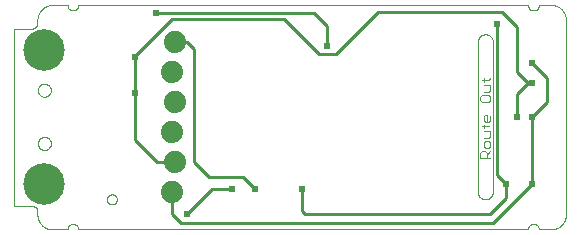
<source format=gbl>
G75*
%MOIN*%
%OFA0B0*%
%FSLAX25Y25*%
%IPPOS*%
%LPD*%
%AMOC8*
5,1,8,0,0,1.08239X$1,22.5*
%
%ADD10C,0.00000*%
%ADD11C,0.00200*%
%ADD12C,0.13843*%
%ADD13C,0.07400*%
%ADD14C,0.01000*%
%ADD15C,0.02400*%
D10*
X0059959Y0009119D02*
X0059959Y0068175D01*
X0065864Y0068175D01*
X0065864Y0068174D02*
X0065950Y0068176D01*
X0066036Y0068181D01*
X0066121Y0068191D01*
X0066206Y0068204D01*
X0066290Y0068221D01*
X0066374Y0068241D01*
X0066456Y0068265D01*
X0066537Y0068293D01*
X0066618Y0068324D01*
X0066696Y0068358D01*
X0066773Y0068396D01*
X0066849Y0068438D01*
X0066922Y0068482D01*
X0066993Y0068530D01*
X0067063Y0068581D01*
X0067130Y0068635D01*
X0067194Y0068691D01*
X0067256Y0068751D01*
X0067316Y0068813D01*
X0067372Y0068877D01*
X0067426Y0068944D01*
X0067477Y0069014D01*
X0067525Y0069085D01*
X0067569Y0069159D01*
X0067611Y0069234D01*
X0067649Y0069311D01*
X0067683Y0069389D01*
X0067714Y0069470D01*
X0067742Y0069551D01*
X0067766Y0069633D01*
X0067786Y0069717D01*
X0067803Y0069801D01*
X0067816Y0069886D01*
X0067826Y0069971D01*
X0067831Y0070057D01*
X0067833Y0070143D01*
X0067833Y0071049D01*
X0067835Y0071189D01*
X0067841Y0071329D01*
X0067851Y0071469D01*
X0067864Y0071609D01*
X0067882Y0071748D01*
X0067904Y0071887D01*
X0067929Y0072024D01*
X0067958Y0072162D01*
X0067991Y0072298D01*
X0068028Y0072433D01*
X0068069Y0072567D01*
X0068114Y0072700D01*
X0068162Y0072832D01*
X0068214Y0072962D01*
X0068269Y0073091D01*
X0068328Y0073218D01*
X0068391Y0073344D01*
X0068457Y0073468D01*
X0068526Y0073589D01*
X0068599Y0073709D01*
X0068676Y0073827D01*
X0068755Y0073942D01*
X0068838Y0074056D01*
X0068924Y0074166D01*
X0069013Y0074275D01*
X0069105Y0074381D01*
X0069200Y0074484D01*
X0069297Y0074585D01*
X0069398Y0074682D01*
X0069501Y0074777D01*
X0069607Y0074869D01*
X0069716Y0074958D01*
X0069826Y0075044D01*
X0069940Y0075127D01*
X0070055Y0075206D01*
X0070173Y0075283D01*
X0070293Y0075356D01*
X0070414Y0075425D01*
X0070538Y0075491D01*
X0070664Y0075554D01*
X0070791Y0075613D01*
X0070920Y0075668D01*
X0071050Y0075720D01*
X0071182Y0075768D01*
X0071315Y0075813D01*
X0071449Y0075854D01*
X0071584Y0075891D01*
X0071720Y0075924D01*
X0071858Y0075953D01*
X0071995Y0075978D01*
X0072134Y0076000D01*
X0072273Y0076018D01*
X0072413Y0076031D01*
X0072553Y0076041D01*
X0072693Y0076047D01*
X0072833Y0076049D01*
X0077963Y0076049D01*
X0077963Y0075617D01*
X0077965Y0075549D01*
X0077970Y0075482D01*
X0077979Y0075415D01*
X0077992Y0075348D01*
X0078009Y0075283D01*
X0078028Y0075218D01*
X0078052Y0075154D01*
X0078079Y0075092D01*
X0078109Y0075031D01*
X0078142Y0074973D01*
X0078178Y0074916D01*
X0078218Y0074861D01*
X0078260Y0074808D01*
X0078306Y0074757D01*
X0078353Y0074710D01*
X0078404Y0074664D01*
X0078457Y0074622D01*
X0078512Y0074582D01*
X0078569Y0074546D01*
X0078627Y0074513D01*
X0078688Y0074483D01*
X0078750Y0074456D01*
X0078814Y0074432D01*
X0078879Y0074413D01*
X0078944Y0074396D01*
X0079011Y0074383D01*
X0079078Y0074374D01*
X0079145Y0074369D01*
X0079213Y0074367D01*
X0080075Y0074367D01*
X0080143Y0074369D01*
X0080210Y0074374D01*
X0080277Y0074383D01*
X0080344Y0074396D01*
X0080409Y0074413D01*
X0080474Y0074432D01*
X0080538Y0074456D01*
X0080600Y0074483D01*
X0080661Y0074513D01*
X0080719Y0074546D01*
X0080776Y0074582D01*
X0080831Y0074622D01*
X0080884Y0074664D01*
X0080935Y0074710D01*
X0080982Y0074757D01*
X0081028Y0074808D01*
X0081070Y0074861D01*
X0081110Y0074916D01*
X0081146Y0074973D01*
X0081179Y0075031D01*
X0081209Y0075092D01*
X0081236Y0075154D01*
X0081260Y0075218D01*
X0081279Y0075283D01*
X0081296Y0075348D01*
X0081309Y0075415D01*
X0081318Y0075482D01*
X0081323Y0075549D01*
X0081325Y0075617D01*
X0081325Y0076049D01*
X0231506Y0076049D01*
X0231506Y0075617D01*
X0231508Y0075549D01*
X0231513Y0075482D01*
X0231522Y0075415D01*
X0231535Y0075348D01*
X0231552Y0075283D01*
X0231571Y0075218D01*
X0231595Y0075154D01*
X0231622Y0075092D01*
X0231652Y0075031D01*
X0231685Y0074973D01*
X0231721Y0074916D01*
X0231761Y0074861D01*
X0231803Y0074808D01*
X0231849Y0074757D01*
X0231896Y0074710D01*
X0231947Y0074664D01*
X0232000Y0074622D01*
X0232055Y0074582D01*
X0232112Y0074546D01*
X0232170Y0074513D01*
X0232231Y0074483D01*
X0232293Y0074456D01*
X0232357Y0074432D01*
X0232422Y0074413D01*
X0232487Y0074396D01*
X0232554Y0074383D01*
X0232621Y0074374D01*
X0232688Y0074369D01*
X0232756Y0074367D01*
X0233618Y0074367D01*
X0233686Y0074369D01*
X0233753Y0074374D01*
X0233820Y0074383D01*
X0233887Y0074396D01*
X0233952Y0074413D01*
X0234017Y0074432D01*
X0234081Y0074456D01*
X0234143Y0074483D01*
X0234204Y0074513D01*
X0234262Y0074546D01*
X0234319Y0074582D01*
X0234374Y0074622D01*
X0234427Y0074664D01*
X0234478Y0074710D01*
X0234525Y0074757D01*
X0234571Y0074808D01*
X0234613Y0074861D01*
X0234653Y0074916D01*
X0234689Y0074973D01*
X0234722Y0075031D01*
X0234752Y0075092D01*
X0234779Y0075154D01*
X0234803Y0075218D01*
X0234822Y0075283D01*
X0234839Y0075348D01*
X0234852Y0075415D01*
X0234861Y0075482D01*
X0234866Y0075549D01*
X0234868Y0075617D01*
X0234868Y0076049D01*
X0238998Y0076049D01*
X0239138Y0076047D01*
X0239278Y0076041D01*
X0239418Y0076031D01*
X0239558Y0076018D01*
X0239697Y0076000D01*
X0239836Y0075978D01*
X0239973Y0075953D01*
X0240111Y0075924D01*
X0240247Y0075891D01*
X0240382Y0075854D01*
X0240516Y0075813D01*
X0240649Y0075768D01*
X0240781Y0075720D01*
X0240911Y0075668D01*
X0241040Y0075613D01*
X0241167Y0075554D01*
X0241293Y0075491D01*
X0241417Y0075425D01*
X0241538Y0075356D01*
X0241658Y0075283D01*
X0241776Y0075206D01*
X0241891Y0075127D01*
X0242005Y0075044D01*
X0242115Y0074958D01*
X0242224Y0074869D01*
X0242330Y0074777D01*
X0242433Y0074682D01*
X0242534Y0074585D01*
X0242631Y0074484D01*
X0242726Y0074381D01*
X0242818Y0074275D01*
X0242907Y0074166D01*
X0242993Y0074056D01*
X0243076Y0073942D01*
X0243155Y0073827D01*
X0243232Y0073709D01*
X0243305Y0073589D01*
X0243374Y0073468D01*
X0243440Y0073344D01*
X0243503Y0073218D01*
X0243562Y0073091D01*
X0243617Y0072962D01*
X0243669Y0072832D01*
X0243717Y0072700D01*
X0243762Y0072567D01*
X0243803Y0072433D01*
X0243840Y0072298D01*
X0243873Y0072162D01*
X0243902Y0072024D01*
X0243927Y0071887D01*
X0243949Y0071748D01*
X0243967Y0071609D01*
X0243980Y0071469D01*
X0243990Y0071329D01*
X0243996Y0071189D01*
X0243998Y0071049D01*
X0243998Y0006245D01*
X0243996Y0006105D01*
X0243990Y0005965D01*
X0243980Y0005825D01*
X0243967Y0005685D01*
X0243949Y0005546D01*
X0243927Y0005407D01*
X0243902Y0005270D01*
X0243873Y0005132D01*
X0243840Y0004996D01*
X0243803Y0004861D01*
X0243762Y0004727D01*
X0243717Y0004594D01*
X0243669Y0004462D01*
X0243617Y0004332D01*
X0243562Y0004203D01*
X0243503Y0004076D01*
X0243440Y0003950D01*
X0243374Y0003826D01*
X0243305Y0003705D01*
X0243232Y0003585D01*
X0243155Y0003467D01*
X0243076Y0003352D01*
X0242993Y0003238D01*
X0242907Y0003128D01*
X0242818Y0003019D01*
X0242726Y0002913D01*
X0242631Y0002810D01*
X0242534Y0002709D01*
X0242433Y0002612D01*
X0242330Y0002517D01*
X0242224Y0002425D01*
X0242115Y0002336D01*
X0242005Y0002250D01*
X0241891Y0002167D01*
X0241776Y0002088D01*
X0241658Y0002011D01*
X0241538Y0001938D01*
X0241417Y0001869D01*
X0241293Y0001803D01*
X0241167Y0001740D01*
X0241040Y0001681D01*
X0240911Y0001626D01*
X0240781Y0001574D01*
X0240649Y0001526D01*
X0240516Y0001481D01*
X0240382Y0001440D01*
X0240247Y0001403D01*
X0240111Y0001370D01*
X0239973Y0001341D01*
X0239836Y0001316D01*
X0239697Y0001294D01*
X0239558Y0001276D01*
X0239418Y0001263D01*
X0239278Y0001253D01*
X0239138Y0001247D01*
X0238998Y0001245D01*
X0234868Y0001245D01*
X0234868Y0001677D01*
X0234866Y0001745D01*
X0234861Y0001812D01*
X0234852Y0001879D01*
X0234839Y0001946D01*
X0234822Y0002011D01*
X0234803Y0002076D01*
X0234779Y0002140D01*
X0234752Y0002202D01*
X0234722Y0002263D01*
X0234689Y0002321D01*
X0234653Y0002378D01*
X0234613Y0002433D01*
X0234571Y0002486D01*
X0234525Y0002537D01*
X0234478Y0002584D01*
X0234427Y0002630D01*
X0234374Y0002672D01*
X0234319Y0002712D01*
X0234262Y0002748D01*
X0234204Y0002781D01*
X0234143Y0002811D01*
X0234081Y0002838D01*
X0234017Y0002862D01*
X0233952Y0002881D01*
X0233887Y0002898D01*
X0233820Y0002911D01*
X0233753Y0002920D01*
X0233686Y0002925D01*
X0233618Y0002927D01*
X0232756Y0002927D01*
X0232688Y0002925D01*
X0232621Y0002920D01*
X0232554Y0002911D01*
X0232487Y0002898D01*
X0232422Y0002881D01*
X0232357Y0002862D01*
X0232293Y0002838D01*
X0232231Y0002811D01*
X0232170Y0002781D01*
X0232112Y0002748D01*
X0232055Y0002712D01*
X0232000Y0002672D01*
X0231947Y0002630D01*
X0231896Y0002584D01*
X0231849Y0002537D01*
X0231803Y0002486D01*
X0231761Y0002433D01*
X0231721Y0002378D01*
X0231685Y0002321D01*
X0231652Y0002263D01*
X0231622Y0002202D01*
X0231595Y0002140D01*
X0231571Y0002076D01*
X0231552Y0002011D01*
X0231535Y0001946D01*
X0231522Y0001879D01*
X0231513Y0001812D01*
X0231508Y0001745D01*
X0231506Y0001677D01*
X0231506Y0001245D01*
X0081325Y0001245D01*
X0081325Y0001677D01*
X0081323Y0001745D01*
X0081318Y0001812D01*
X0081309Y0001879D01*
X0081296Y0001946D01*
X0081279Y0002011D01*
X0081260Y0002076D01*
X0081236Y0002140D01*
X0081209Y0002202D01*
X0081179Y0002263D01*
X0081146Y0002321D01*
X0081110Y0002378D01*
X0081070Y0002433D01*
X0081028Y0002486D01*
X0080982Y0002537D01*
X0080935Y0002584D01*
X0080884Y0002630D01*
X0080831Y0002672D01*
X0080776Y0002712D01*
X0080719Y0002748D01*
X0080661Y0002781D01*
X0080600Y0002811D01*
X0080538Y0002838D01*
X0080474Y0002862D01*
X0080409Y0002881D01*
X0080344Y0002898D01*
X0080277Y0002911D01*
X0080210Y0002920D01*
X0080143Y0002925D01*
X0080075Y0002927D01*
X0079213Y0002927D01*
X0079145Y0002925D01*
X0079078Y0002920D01*
X0079011Y0002911D01*
X0078944Y0002898D01*
X0078879Y0002881D01*
X0078814Y0002862D01*
X0078750Y0002838D01*
X0078688Y0002811D01*
X0078627Y0002781D01*
X0078569Y0002748D01*
X0078512Y0002712D01*
X0078457Y0002672D01*
X0078404Y0002630D01*
X0078353Y0002584D01*
X0078306Y0002537D01*
X0078260Y0002486D01*
X0078218Y0002433D01*
X0078178Y0002378D01*
X0078142Y0002321D01*
X0078109Y0002263D01*
X0078079Y0002202D01*
X0078052Y0002140D01*
X0078028Y0002076D01*
X0078009Y0002011D01*
X0077992Y0001946D01*
X0077979Y0001879D01*
X0077970Y0001812D01*
X0077965Y0001745D01*
X0077963Y0001677D01*
X0077963Y0001245D01*
X0072833Y0001245D01*
X0072693Y0001247D01*
X0072553Y0001253D01*
X0072413Y0001263D01*
X0072273Y0001276D01*
X0072134Y0001294D01*
X0071995Y0001316D01*
X0071858Y0001341D01*
X0071720Y0001370D01*
X0071584Y0001403D01*
X0071449Y0001440D01*
X0071315Y0001481D01*
X0071182Y0001526D01*
X0071050Y0001574D01*
X0070920Y0001626D01*
X0070791Y0001681D01*
X0070664Y0001740D01*
X0070538Y0001803D01*
X0070414Y0001869D01*
X0070293Y0001938D01*
X0070173Y0002011D01*
X0070055Y0002088D01*
X0069940Y0002167D01*
X0069826Y0002250D01*
X0069716Y0002336D01*
X0069607Y0002425D01*
X0069501Y0002517D01*
X0069398Y0002612D01*
X0069297Y0002709D01*
X0069200Y0002810D01*
X0069105Y0002913D01*
X0069013Y0003019D01*
X0068924Y0003128D01*
X0068838Y0003238D01*
X0068755Y0003352D01*
X0068676Y0003467D01*
X0068599Y0003585D01*
X0068526Y0003705D01*
X0068457Y0003826D01*
X0068391Y0003950D01*
X0068328Y0004076D01*
X0068269Y0004203D01*
X0068214Y0004332D01*
X0068162Y0004462D01*
X0068114Y0004594D01*
X0068069Y0004727D01*
X0068028Y0004861D01*
X0067991Y0004996D01*
X0067958Y0005132D01*
X0067929Y0005270D01*
X0067904Y0005407D01*
X0067882Y0005546D01*
X0067864Y0005685D01*
X0067851Y0005825D01*
X0067841Y0005965D01*
X0067835Y0006105D01*
X0067833Y0006245D01*
X0067833Y0007151D01*
X0067831Y0007237D01*
X0067826Y0007323D01*
X0067816Y0007408D01*
X0067803Y0007493D01*
X0067786Y0007577D01*
X0067766Y0007661D01*
X0067742Y0007743D01*
X0067714Y0007824D01*
X0067683Y0007905D01*
X0067649Y0007983D01*
X0067611Y0008060D01*
X0067569Y0008136D01*
X0067525Y0008209D01*
X0067477Y0008280D01*
X0067426Y0008350D01*
X0067372Y0008417D01*
X0067316Y0008481D01*
X0067256Y0008543D01*
X0067194Y0008603D01*
X0067130Y0008659D01*
X0067063Y0008713D01*
X0066993Y0008764D01*
X0066922Y0008812D01*
X0066849Y0008856D01*
X0066773Y0008898D01*
X0066696Y0008936D01*
X0066618Y0008970D01*
X0066537Y0009001D01*
X0066456Y0009029D01*
X0066374Y0009053D01*
X0066290Y0009073D01*
X0066206Y0009090D01*
X0066121Y0009103D01*
X0066036Y0009113D01*
X0065950Y0009118D01*
X0065864Y0009120D01*
X0065864Y0009119D02*
X0059959Y0009119D01*
X0090975Y0011245D02*
X0090977Y0011326D01*
X0090983Y0011408D01*
X0090993Y0011489D01*
X0091007Y0011569D01*
X0091024Y0011648D01*
X0091046Y0011727D01*
X0091071Y0011804D01*
X0091100Y0011881D01*
X0091133Y0011955D01*
X0091170Y0012028D01*
X0091209Y0012099D01*
X0091253Y0012168D01*
X0091299Y0012235D01*
X0091349Y0012299D01*
X0091402Y0012361D01*
X0091458Y0012421D01*
X0091516Y0012477D01*
X0091578Y0012531D01*
X0091642Y0012582D01*
X0091708Y0012629D01*
X0091776Y0012673D01*
X0091847Y0012714D01*
X0091919Y0012751D01*
X0091994Y0012785D01*
X0092069Y0012815D01*
X0092147Y0012841D01*
X0092225Y0012864D01*
X0092304Y0012882D01*
X0092384Y0012897D01*
X0092465Y0012908D01*
X0092546Y0012915D01*
X0092628Y0012918D01*
X0092709Y0012917D01*
X0092790Y0012912D01*
X0092871Y0012903D01*
X0092952Y0012890D01*
X0093032Y0012873D01*
X0093110Y0012853D01*
X0093188Y0012828D01*
X0093265Y0012800D01*
X0093340Y0012768D01*
X0093413Y0012733D01*
X0093484Y0012694D01*
X0093554Y0012651D01*
X0093621Y0012606D01*
X0093687Y0012557D01*
X0093749Y0012505D01*
X0093809Y0012449D01*
X0093866Y0012391D01*
X0093921Y0012331D01*
X0093972Y0012267D01*
X0094020Y0012202D01*
X0094065Y0012134D01*
X0094107Y0012064D01*
X0094145Y0011992D01*
X0094180Y0011918D01*
X0094211Y0011843D01*
X0094238Y0011766D01*
X0094261Y0011688D01*
X0094281Y0011609D01*
X0094297Y0011529D01*
X0094309Y0011448D01*
X0094317Y0011367D01*
X0094321Y0011286D01*
X0094321Y0011204D01*
X0094317Y0011123D01*
X0094309Y0011042D01*
X0094297Y0010961D01*
X0094281Y0010881D01*
X0094261Y0010802D01*
X0094238Y0010724D01*
X0094211Y0010647D01*
X0094180Y0010572D01*
X0094145Y0010498D01*
X0094107Y0010426D01*
X0094065Y0010356D01*
X0094020Y0010288D01*
X0093972Y0010223D01*
X0093921Y0010159D01*
X0093866Y0010099D01*
X0093809Y0010041D01*
X0093749Y0009985D01*
X0093687Y0009933D01*
X0093621Y0009884D01*
X0093554Y0009839D01*
X0093485Y0009796D01*
X0093413Y0009757D01*
X0093340Y0009722D01*
X0093265Y0009690D01*
X0093188Y0009662D01*
X0093110Y0009637D01*
X0093032Y0009617D01*
X0092952Y0009600D01*
X0092871Y0009587D01*
X0092790Y0009578D01*
X0092709Y0009573D01*
X0092628Y0009572D01*
X0092546Y0009575D01*
X0092465Y0009582D01*
X0092384Y0009593D01*
X0092304Y0009608D01*
X0092225Y0009626D01*
X0092147Y0009649D01*
X0092069Y0009675D01*
X0091994Y0009705D01*
X0091919Y0009739D01*
X0091847Y0009776D01*
X0091776Y0009817D01*
X0091708Y0009861D01*
X0091642Y0009908D01*
X0091578Y0009959D01*
X0091516Y0010013D01*
X0091458Y0010069D01*
X0091402Y0010129D01*
X0091349Y0010191D01*
X0091299Y0010255D01*
X0091253Y0010322D01*
X0091209Y0010391D01*
X0091170Y0010462D01*
X0091133Y0010535D01*
X0091100Y0010609D01*
X0091071Y0010686D01*
X0091046Y0010763D01*
X0091024Y0010842D01*
X0091007Y0010921D01*
X0090993Y0011001D01*
X0090983Y0011082D01*
X0090977Y0011164D01*
X0090975Y0011245D01*
X0067983Y0029887D02*
X0067985Y0029980D01*
X0067991Y0030072D01*
X0068001Y0030164D01*
X0068015Y0030255D01*
X0068032Y0030346D01*
X0068054Y0030436D01*
X0068079Y0030525D01*
X0068108Y0030613D01*
X0068141Y0030699D01*
X0068178Y0030784D01*
X0068218Y0030868D01*
X0068262Y0030949D01*
X0068309Y0031029D01*
X0068359Y0031107D01*
X0068413Y0031182D01*
X0068470Y0031255D01*
X0068530Y0031325D01*
X0068593Y0031393D01*
X0068659Y0031458D01*
X0068727Y0031520D01*
X0068798Y0031580D01*
X0068872Y0031636D01*
X0068948Y0031689D01*
X0069026Y0031738D01*
X0069106Y0031785D01*
X0069188Y0031827D01*
X0069272Y0031867D01*
X0069357Y0031902D01*
X0069444Y0031934D01*
X0069532Y0031963D01*
X0069621Y0031987D01*
X0069711Y0032008D01*
X0069802Y0032024D01*
X0069894Y0032037D01*
X0069986Y0032046D01*
X0070079Y0032051D01*
X0070171Y0032052D01*
X0070264Y0032049D01*
X0070356Y0032042D01*
X0070448Y0032031D01*
X0070539Y0032016D01*
X0070630Y0031998D01*
X0070720Y0031975D01*
X0070808Y0031949D01*
X0070896Y0031919D01*
X0070982Y0031885D01*
X0071066Y0031848D01*
X0071149Y0031806D01*
X0071230Y0031762D01*
X0071310Y0031714D01*
X0071387Y0031663D01*
X0071461Y0031608D01*
X0071534Y0031550D01*
X0071604Y0031490D01*
X0071671Y0031426D01*
X0071735Y0031360D01*
X0071797Y0031290D01*
X0071855Y0031219D01*
X0071910Y0031145D01*
X0071962Y0031068D01*
X0072011Y0030989D01*
X0072057Y0030909D01*
X0072099Y0030826D01*
X0072137Y0030742D01*
X0072172Y0030656D01*
X0072203Y0030569D01*
X0072230Y0030481D01*
X0072253Y0030391D01*
X0072273Y0030301D01*
X0072289Y0030210D01*
X0072301Y0030118D01*
X0072309Y0030026D01*
X0072313Y0029933D01*
X0072313Y0029841D01*
X0072309Y0029748D01*
X0072301Y0029656D01*
X0072289Y0029564D01*
X0072273Y0029473D01*
X0072253Y0029383D01*
X0072230Y0029293D01*
X0072203Y0029205D01*
X0072172Y0029118D01*
X0072137Y0029032D01*
X0072099Y0028948D01*
X0072057Y0028865D01*
X0072011Y0028785D01*
X0071962Y0028706D01*
X0071910Y0028629D01*
X0071855Y0028555D01*
X0071797Y0028484D01*
X0071735Y0028414D01*
X0071671Y0028348D01*
X0071604Y0028284D01*
X0071534Y0028224D01*
X0071461Y0028166D01*
X0071387Y0028111D01*
X0071310Y0028060D01*
X0071231Y0028012D01*
X0071149Y0027968D01*
X0071066Y0027926D01*
X0070982Y0027889D01*
X0070896Y0027855D01*
X0070808Y0027825D01*
X0070720Y0027799D01*
X0070630Y0027776D01*
X0070539Y0027758D01*
X0070448Y0027743D01*
X0070356Y0027732D01*
X0070264Y0027725D01*
X0070171Y0027722D01*
X0070079Y0027723D01*
X0069986Y0027728D01*
X0069894Y0027737D01*
X0069802Y0027750D01*
X0069711Y0027766D01*
X0069621Y0027787D01*
X0069532Y0027811D01*
X0069444Y0027840D01*
X0069357Y0027872D01*
X0069272Y0027907D01*
X0069188Y0027947D01*
X0069106Y0027989D01*
X0069026Y0028036D01*
X0068948Y0028085D01*
X0068872Y0028138D01*
X0068798Y0028194D01*
X0068727Y0028254D01*
X0068659Y0028316D01*
X0068593Y0028381D01*
X0068530Y0028449D01*
X0068470Y0028519D01*
X0068413Y0028592D01*
X0068359Y0028667D01*
X0068309Y0028745D01*
X0068262Y0028825D01*
X0068218Y0028906D01*
X0068178Y0028990D01*
X0068141Y0029075D01*
X0068108Y0029161D01*
X0068079Y0029249D01*
X0068054Y0029338D01*
X0068032Y0029428D01*
X0068015Y0029519D01*
X0068001Y0029610D01*
X0067991Y0029702D01*
X0067985Y0029794D01*
X0067983Y0029887D01*
X0067983Y0047604D02*
X0067985Y0047697D01*
X0067991Y0047789D01*
X0068001Y0047881D01*
X0068015Y0047972D01*
X0068032Y0048063D01*
X0068054Y0048153D01*
X0068079Y0048242D01*
X0068108Y0048330D01*
X0068141Y0048416D01*
X0068178Y0048501D01*
X0068218Y0048585D01*
X0068262Y0048666D01*
X0068309Y0048746D01*
X0068359Y0048824D01*
X0068413Y0048899D01*
X0068470Y0048972D01*
X0068530Y0049042D01*
X0068593Y0049110D01*
X0068659Y0049175D01*
X0068727Y0049237D01*
X0068798Y0049297D01*
X0068872Y0049353D01*
X0068948Y0049406D01*
X0069026Y0049455D01*
X0069106Y0049502D01*
X0069188Y0049544D01*
X0069272Y0049584D01*
X0069357Y0049619D01*
X0069444Y0049651D01*
X0069532Y0049680D01*
X0069621Y0049704D01*
X0069711Y0049725D01*
X0069802Y0049741D01*
X0069894Y0049754D01*
X0069986Y0049763D01*
X0070079Y0049768D01*
X0070171Y0049769D01*
X0070264Y0049766D01*
X0070356Y0049759D01*
X0070448Y0049748D01*
X0070539Y0049733D01*
X0070630Y0049715D01*
X0070720Y0049692D01*
X0070808Y0049666D01*
X0070896Y0049636D01*
X0070982Y0049602D01*
X0071066Y0049565D01*
X0071149Y0049523D01*
X0071230Y0049479D01*
X0071310Y0049431D01*
X0071387Y0049380D01*
X0071461Y0049325D01*
X0071534Y0049267D01*
X0071604Y0049207D01*
X0071671Y0049143D01*
X0071735Y0049077D01*
X0071797Y0049007D01*
X0071855Y0048936D01*
X0071910Y0048862D01*
X0071962Y0048785D01*
X0072011Y0048706D01*
X0072057Y0048626D01*
X0072099Y0048543D01*
X0072137Y0048459D01*
X0072172Y0048373D01*
X0072203Y0048286D01*
X0072230Y0048198D01*
X0072253Y0048108D01*
X0072273Y0048018D01*
X0072289Y0047927D01*
X0072301Y0047835D01*
X0072309Y0047743D01*
X0072313Y0047650D01*
X0072313Y0047558D01*
X0072309Y0047465D01*
X0072301Y0047373D01*
X0072289Y0047281D01*
X0072273Y0047190D01*
X0072253Y0047100D01*
X0072230Y0047010D01*
X0072203Y0046922D01*
X0072172Y0046835D01*
X0072137Y0046749D01*
X0072099Y0046665D01*
X0072057Y0046582D01*
X0072011Y0046502D01*
X0071962Y0046423D01*
X0071910Y0046346D01*
X0071855Y0046272D01*
X0071797Y0046201D01*
X0071735Y0046131D01*
X0071671Y0046065D01*
X0071604Y0046001D01*
X0071534Y0045941D01*
X0071461Y0045883D01*
X0071387Y0045828D01*
X0071310Y0045777D01*
X0071231Y0045729D01*
X0071149Y0045685D01*
X0071066Y0045643D01*
X0070982Y0045606D01*
X0070896Y0045572D01*
X0070808Y0045542D01*
X0070720Y0045516D01*
X0070630Y0045493D01*
X0070539Y0045475D01*
X0070448Y0045460D01*
X0070356Y0045449D01*
X0070264Y0045442D01*
X0070171Y0045439D01*
X0070079Y0045440D01*
X0069986Y0045445D01*
X0069894Y0045454D01*
X0069802Y0045467D01*
X0069711Y0045483D01*
X0069621Y0045504D01*
X0069532Y0045528D01*
X0069444Y0045557D01*
X0069357Y0045589D01*
X0069272Y0045624D01*
X0069188Y0045664D01*
X0069106Y0045706D01*
X0069026Y0045753D01*
X0068948Y0045802D01*
X0068872Y0045855D01*
X0068798Y0045911D01*
X0068727Y0045971D01*
X0068659Y0046033D01*
X0068593Y0046098D01*
X0068530Y0046166D01*
X0068470Y0046236D01*
X0068413Y0046309D01*
X0068359Y0046384D01*
X0068309Y0046462D01*
X0068262Y0046542D01*
X0068218Y0046623D01*
X0068178Y0046707D01*
X0068141Y0046792D01*
X0068108Y0046878D01*
X0068079Y0046966D01*
X0068054Y0047055D01*
X0068032Y0047145D01*
X0068015Y0047236D01*
X0068001Y0047327D01*
X0067991Y0047419D01*
X0067985Y0047511D01*
X0067983Y0047604D01*
X0214648Y0063745D02*
X0214648Y0013745D01*
X0217148Y0011245D02*
X0217246Y0011247D01*
X0217344Y0011253D01*
X0217442Y0011262D01*
X0217539Y0011276D01*
X0217636Y0011293D01*
X0217732Y0011314D01*
X0217827Y0011339D01*
X0217921Y0011367D01*
X0218013Y0011400D01*
X0218105Y0011435D01*
X0218195Y0011475D01*
X0218283Y0011517D01*
X0218370Y0011564D01*
X0218454Y0011613D01*
X0218537Y0011666D01*
X0218617Y0011722D01*
X0218696Y0011782D01*
X0218772Y0011844D01*
X0218845Y0011909D01*
X0218916Y0011977D01*
X0218984Y0012048D01*
X0219049Y0012121D01*
X0219111Y0012197D01*
X0219171Y0012276D01*
X0219227Y0012356D01*
X0219280Y0012439D01*
X0219329Y0012523D01*
X0219376Y0012610D01*
X0219418Y0012698D01*
X0219458Y0012788D01*
X0219493Y0012880D01*
X0219526Y0012972D01*
X0219554Y0013066D01*
X0219579Y0013161D01*
X0219600Y0013257D01*
X0219617Y0013354D01*
X0219631Y0013451D01*
X0219640Y0013549D01*
X0219646Y0013647D01*
X0219648Y0013745D01*
X0219648Y0063745D01*
X0217148Y0066245D02*
X0217050Y0066243D01*
X0216952Y0066237D01*
X0216854Y0066228D01*
X0216757Y0066214D01*
X0216660Y0066197D01*
X0216564Y0066176D01*
X0216469Y0066151D01*
X0216375Y0066123D01*
X0216283Y0066090D01*
X0216191Y0066055D01*
X0216101Y0066015D01*
X0216013Y0065973D01*
X0215926Y0065926D01*
X0215842Y0065877D01*
X0215759Y0065824D01*
X0215679Y0065768D01*
X0215600Y0065708D01*
X0215524Y0065646D01*
X0215451Y0065581D01*
X0215380Y0065513D01*
X0215312Y0065442D01*
X0215247Y0065369D01*
X0215185Y0065293D01*
X0215125Y0065214D01*
X0215069Y0065134D01*
X0215016Y0065051D01*
X0214967Y0064967D01*
X0214920Y0064880D01*
X0214878Y0064792D01*
X0214838Y0064702D01*
X0214803Y0064610D01*
X0214770Y0064518D01*
X0214742Y0064424D01*
X0214717Y0064329D01*
X0214696Y0064233D01*
X0214679Y0064136D01*
X0214665Y0064039D01*
X0214656Y0063941D01*
X0214650Y0063843D01*
X0214648Y0063745D01*
X0217148Y0066245D02*
X0217246Y0066243D01*
X0217344Y0066237D01*
X0217442Y0066228D01*
X0217539Y0066214D01*
X0217636Y0066197D01*
X0217732Y0066176D01*
X0217827Y0066151D01*
X0217921Y0066123D01*
X0218013Y0066090D01*
X0218105Y0066055D01*
X0218195Y0066015D01*
X0218283Y0065973D01*
X0218370Y0065926D01*
X0218454Y0065877D01*
X0218537Y0065824D01*
X0218617Y0065768D01*
X0218696Y0065708D01*
X0218772Y0065646D01*
X0218845Y0065581D01*
X0218916Y0065513D01*
X0218984Y0065442D01*
X0219049Y0065369D01*
X0219111Y0065293D01*
X0219171Y0065214D01*
X0219227Y0065134D01*
X0219280Y0065051D01*
X0219329Y0064967D01*
X0219376Y0064880D01*
X0219418Y0064792D01*
X0219458Y0064702D01*
X0219493Y0064610D01*
X0219526Y0064518D01*
X0219554Y0064424D01*
X0219579Y0064329D01*
X0219600Y0064233D01*
X0219617Y0064136D01*
X0219631Y0064039D01*
X0219640Y0063941D01*
X0219646Y0063843D01*
X0219648Y0063745D01*
X0214648Y0013745D02*
X0214650Y0013647D01*
X0214656Y0013549D01*
X0214665Y0013451D01*
X0214679Y0013354D01*
X0214696Y0013257D01*
X0214717Y0013161D01*
X0214742Y0013066D01*
X0214770Y0012972D01*
X0214803Y0012880D01*
X0214838Y0012788D01*
X0214878Y0012698D01*
X0214920Y0012610D01*
X0214967Y0012523D01*
X0215016Y0012439D01*
X0215069Y0012356D01*
X0215125Y0012276D01*
X0215185Y0012197D01*
X0215247Y0012121D01*
X0215312Y0012048D01*
X0215380Y0011977D01*
X0215451Y0011909D01*
X0215524Y0011844D01*
X0215600Y0011782D01*
X0215679Y0011722D01*
X0215759Y0011666D01*
X0215842Y0011613D01*
X0215926Y0011564D01*
X0216013Y0011517D01*
X0216101Y0011475D01*
X0216191Y0011435D01*
X0216283Y0011400D01*
X0216375Y0011367D01*
X0216469Y0011339D01*
X0216564Y0011314D01*
X0216660Y0011293D01*
X0216757Y0011276D01*
X0216854Y0011262D01*
X0216952Y0011253D01*
X0217050Y0011247D01*
X0217148Y0011245D01*
D11*
X0217713Y0025034D02*
X0217713Y0026735D01*
X0217146Y0027302D01*
X0216012Y0027302D01*
X0215445Y0026735D01*
X0215445Y0025034D01*
X0218848Y0025034D01*
X0217713Y0026168D02*
X0218848Y0027302D01*
X0218280Y0028348D02*
X0217146Y0028348D01*
X0216579Y0028916D01*
X0216579Y0030050D01*
X0217146Y0030617D01*
X0218280Y0030617D01*
X0218848Y0030050D01*
X0218848Y0028916D01*
X0218280Y0028348D01*
X0218280Y0031663D02*
X0216579Y0031663D01*
X0218280Y0031663D02*
X0218848Y0032230D01*
X0218848Y0033932D01*
X0216579Y0033932D01*
X0216579Y0034978D02*
X0216579Y0036112D01*
X0216012Y0035545D02*
X0218280Y0035545D01*
X0218848Y0036112D01*
X0218280Y0037188D02*
X0217146Y0037188D01*
X0216579Y0037755D01*
X0216579Y0038889D01*
X0217146Y0039457D01*
X0217713Y0039457D01*
X0217713Y0037188D01*
X0218280Y0037188D02*
X0218848Y0037755D01*
X0218848Y0038889D01*
X0218280Y0043818D02*
X0216012Y0043818D01*
X0215445Y0044385D01*
X0215445Y0045519D01*
X0216012Y0046086D01*
X0218280Y0046086D01*
X0218848Y0045519D01*
X0218848Y0044385D01*
X0218280Y0043818D01*
X0218280Y0047132D02*
X0216579Y0047132D01*
X0218280Y0047132D02*
X0218848Y0047700D01*
X0218848Y0049401D01*
X0216579Y0049401D01*
X0216579Y0050447D02*
X0216579Y0051582D01*
X0216012Y0051014D02*
X0218280Y0051014D01*
X0218848Y0051582D01*
D12*
X0070148Y0061186D03*
X0070148Y0016304D03*
D13*
X0112648Y0013745D03*
X0113648Y0023745D03*
X0112648Y0033745D03*
X0113648Y0043745D03*
X0112648Y0053745D03*
X0113648Y0063745D03*
D14*
X0117648Y0063745D01*
X0120148Y0061245D01*
X0120148Y0023745D01*
X0125148Y0018745D01*
X0136494Y0018745D01*
X0140494Y0014745D01*
X0132648Y0014745D02*
X0126148Y0014745D01*
X0117648Y0006245D01*
X0115648Y0003245D02*
X0112648Y0006245D01*
X0112648Y0013745D01*
X0113648Y0023745D02*
X0107648Y0023745D01*
X0100448Y0030945D01*
X0100448Y0046845D01*
X0100448Y0058845D01*
X0100448Y0059045D01*
X0112648Y0071245D01*
X0150148Y0071245D01*
X0161648Y0059745D01*
X0167248Y0059745D01*
X0181248Y0073745D01*
X0222648Y0073745D01*
X0227648Y0068745D01*
X0227648Y0053745D01*
X0231494Y0049899D01*
X0232648Y0049899D01*
X0231301Y0049899D01*
X0227648Y0046245D01*
X0227648Y0038745D01*
X0232648Y0038745D02*
X0237648Y0043745D01*
X0237648Y0051592D01*
X0232648Y0056592D01*
X0221148Y0069745D02*
X0221148Y0019245D01*
X0224148Y0016245D01*
X0224148Y0011745D01*
X0218648Y0006245D01*
X0157148Y0006245D01*
X0156148Y0007245D01*
X0156148Y0014745D01*
X0115648Y0003245D02*
X0219648Y0003245D01*
X0232648Y0016245D01*
X0232648Y0038745D01*
X0164348Y0062345D02*
X0164348Y0069045D01*
X0160148Y0073245D01*
X0107348Y0073245D01*
D15*
X0107348Y0073245D03*
X0100448Y0058845D03*
X0100448Y0046845D03*
X0164348Y0062345D03*
X0221148Y0069745D03*
X0232648Y0056592D03*
X0232648Y0049899D03*
X0232648Y0038745D03*
X0227648Y0038745D03*
X0224148Y0016245D03*
X0232648Y0016245D03*
X0156148Y0014745D03*
X0140494Y0014745D03*
X0132648Y0014745D03*
X0117648Y0006245D03*
M02*

</source>
